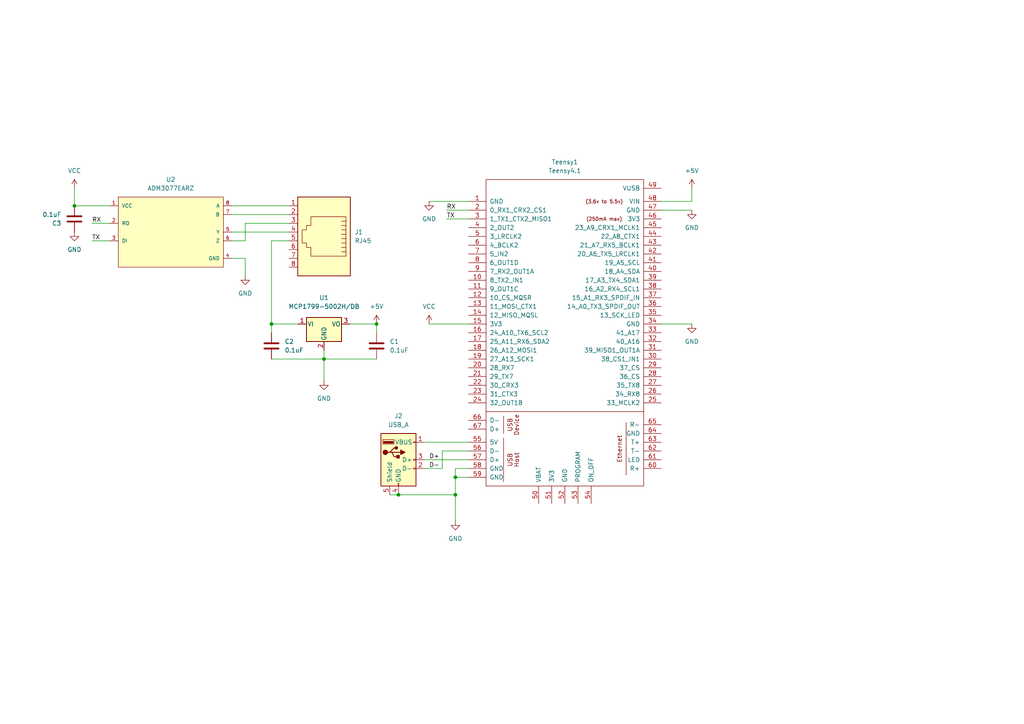
<source format=kicad_sch>
(kicad_sch (version 20211123) (generator eeschema)
  (paper "A4")
  (lib_symbols
    (symbol "Bpod_USBhost:ADM3077EARZ" (pin_names (offset 1.016))
      (property "Reference" "U" (at 0 5.08 0))
      (property "Value" "ADM3077EARZ" (at 12.7 -7.62 0))
      (symbol "ADM3077EARZ_1_1"
        (rectangle (start 5.08 2.54) (end 35.56 -17.78) (fill (type background)))
        (pin power_in line (at 2.54 0 0) (length 2.54) (name "VCC") (number "1"))
        (pin output line (at 2.54 -5.08 0) (length 2.54) (name "RO") (number "2"))
        (pin input line (at 2.54 -10.16 0) (length 2.54) (name "DI") (number "3"))
        (pin power_in line (at 38.1 -15.24 180) (length 2.54) (name "GND") (number "4"))
        (pin output line (at 38.1 -7.62 180) (length 2.54) (name "Y") (number "5"))
        (pin output line (at 38.1 -10.16 180) (length 2.54) (name "Z") (number "6"))
        (pin input line (at 38.1 -2.54 180) (length 2.54) (name "B") (number "7"))
        (pin input line (at 38.1 0 180) (length 2.54) (name "A") (number "8"))
      )
    )
    (symbol "Bpod_USBhost:Teensy4.1" (pin_names (offset 1.016))
      (property "Reference" "U" (at 0 64.77 0))
      (property "Value" "Teensy4.1" (at 0 62.23 0))
      (symbol "Teensy4.1_0_0"
        (polyline (pts (xy -22.86 -6.35) (xy 22.86 -6.35)))
        (polyline (pts (xy -17.78 -26.67) (xy -17.78 -13.97)))
        (polyline (pts (xy -17.78 -7.62) (xy -17.78 -12.7)))
        (polyline (pts (xy 17.78 -9.525) (xy 17.78 -24.765)))
        (text "(250mA max)" (at 11.43 49.53 0) (effects (font (size 1.016 1.016))))
        (text "(3.6v to 5.5v)" (at 11.43 54.61 0) (effects (font (size 1.016 1.016))))
        (text "Device" (at -13.97 -10.16 900) (effects (font (size 1.27 1.27))))
        (text "Ethernet" (at 15.875 -17.145 900) (effects (font (size 1.27 1.27))))
        (text "Host" (at -13.97 -20.32 900) (effects (font (size 1.27 1.27))))
        (text "USB" (at -15.875 -20.32 900) (effects (font (size 1.27 1.27))))
        (text "USB" (at -15.875 -10.16 900) (effects (font (size 1.27 1.27))))
        (pin bidirectional line (at -27.94 31.75 0) (length 5.08) (name "8_TX2_IN1") (number "10"))
        (pin bidirectional line (at -27.94 29.21 0) (length 5.08) (name "9_OUT1C") (number "11"))
        (pin bidirectional line (at -27.94 26.67 0) (length 5.08) (name "10_CS_MQSR") (number "12"))
        (pin bidirectional line (at -27.94 24.13 0) (length 5.08) (name "11_MOSI_CTX1") (number "13"))
        (pin bidirectional line (at -27.94 21.59 0) (length 5.08) (name "12_MISO_MQSL") (number "14"))
        (pin power_in line (at -27.94 19.05 0) (length 5.08) (name "3V3") (number "15"))
        (pin bidirectional line (at -27.94 16.51 0) (length 5.08) (name "24_A10_TX6_SCL2") (number "16"))
        (pin bidirectional line (at -27.94 13.97 0) (length 5.08) (name "25_A11_RX6_SDA2") (number "17"))
        (pin bidirectional line (at -27.94 11.43 0) (length 5.08) (name "26_A12_MOSI1") (number "18"))
        (pin bidirectional line (at -27.94 8.89 0) (length 5.08) (name "27_A13_SCK1") (number "19"))
        (pin bidirectional line (at -27.94 6.35 0) (length 5.08) (name "28_RX7") (number "20"))
        (pin bidirectional line (at -27.94 3.81 0) (length 5.08) (name "29_TX7") (number "21"))
        (pin bidirectional line (at -27.94 1.27 0) (length 5.08) (name "30_CRX3") (number "22"))
        (pin bidirectional line (at -27.94 -1.27 0) (length 5.08) (name "31_CTX3") (number "23"))
        (pin bidirectional line (at -27.94 -3.81 0) (length 5.08) (name "32_OUT1B") (number "24"))
        (pin bidirectional line (at 27.94 -3.81 180) (length 5.08) (name "33_MCLK2") (number "25"))
        (pin bidirectional line (at 27.94 -1.27 180) (length 5.08) (name "34_RX8") (number "26"))
        (pin bidirectional line (at 27.94 1.27 180) (length 5.08) (name "35_TX8") (number "27"))
        (pin bidirectional line (at 27.94 3.81 180) (length 5.08) (name "36_CS") (number "28"))
        (pin bidirectional line (at 27.94 6.35 180) (length 5.08) (name "37_CS") (number "29"))
        (pin bidirectional line (at 27.94 8.89 180) (length 5.08) (name "38_CS1_IN1") (number "30"))
        (pin bidirectional line (at 27.94 11.43 180) (length 5.08) (name "39_MISO1_OUT1A") (number "31"))
        (pin bidirectional line (at 27.94 13.97 180) (length 5.08) (name "40_A16") (number "32"))
        (pin bidirectional line (at 27.94 16.51 180) (length 5.08) (name "41_A17") (number "33"))
        (pin bidirectional line (at 27.94 21.59 180) (length 5.08) (name "13_SCK_LED") (number "35"))
        (pin bidirectional line (at 27.94 24.13 180) (length 5.08) (name "14_A0_TX3_SPDIF_OUT") (number "36"))
        (pin bidirectional line (at 27.94 26.67 180) (length 5.08) (name "15_A1_RX3_SPDIF_IN") (number "37"))
        (pin bidirectional line (at 27.94 29.21 180) (length 5.08) (name "16_A2_RX4_SCL1") (number "38"))
        (pin bidirectional line (at 27.94 31.75 180) (length 5.08) (name "17_A3_TX4_SDA1") (number "39"))
        (pin bidirectional line (at 27.94 34.29 180) (length 5.08) (name "18_A4_SDA") (number "40"))
        (pin bidirectional line (at 27.94 36.83 180) (length 5.08) (name "19_A5_SCL") (number "41"))
        (pin bidirectional line (at 27.94 39.37 180) (length 5.08) (name "20_A6_TX5_LRCLK1") (number "42"))
        (pin bidirectional line (at 27.94 41.91 180) (length 5.08) (name "21_A7_RX5_BCLK1") (number "43"))
        (pin bidirectional line (at 27.94 44.45 180) (length 5.08) (name "22_A8_CTX1") (number "44"))
        (pin bidirectional line (at 27.94 46.99 180) (length 5.08) (name "23_A9_CRX1_MCLK1") (number "45"))
        (pin output line (at 27.94 49.53 180) (length 5.08) (name "3V3") (number "46"))
        (pin output line (at 27.94 52.07 180) (length 5.08) (name "GND") (number "47"))
        (pin power_in line (at 27.94 54.61 180) (length 5.08) (name "VIN") (number "48"))
        (pin power_out line (at 27.94 58.42 180) (length 5.08) (name "VUSB") (number "49"))
        (pin bidirectional line (at -27.94 44.45 0) (length 5.08) (name "3_LRCLK2") (number "5"))
        (pin power_in line (at -7.62 -33.02 90) (length 5.08) (name "VBAT") (number "50"))
        (pin power_in line (at -3.81 -33.02 90) (length 5.08) (name "3V3") (number "51"))
        (pin input line (at 0 -33.02 90) (length 5.08) (name "GND") (number "52"))
        (pin input line (at 3.81 -33.02 90) (length 5.08) (name "PROGRAM") (number "53"))
        (pin input line (at 7.62 -33.02 90) (length 5.08) (name "ON_OFF") (number "54"))
        (pin power_out line (at -27.94 -15.24 0) (length 5.08) (name "5V") (number "55"))
        (pin bidirectional line (at -27.94 -17.78 0) (length 5.08) (name "D-") (number "56"))
        (pin bidirectional line (at -27.94 -20.32 0) (length 5.08) (name "D+") (number "57"))
        (pin power_in line (at -27.94 -22.86 0) (length 5.08) (name "GND") (number "58"))
        (pin power_in line (at -27.94 -25.4 0) (length 5.08) (name "GND") (number "59"))
        (pin bidirectional line (at -27.94 41.91 0) (length 5.08) (name "4_BCLK2") (number "6"))
        (pin bidirectional line (at 27.94 -22.86 180) (length 5.08) (name "R+") (number "60"))
        (pin bidirectional line (at 27.94 -20.32 180) (length 5.08) (name "LED") (number "61"))
        (pin bidirectional line (at 27.94 -17.78 180) (length 5.08) (name "T-") (number "62"))
        (pin bidirectional line (at 27.94 -15.24 180) (length 5.08) (name "T+") (number "63"))
        (pin power_in line (at 27.94 -12.7 180) (length 5.08) (name "GND") (number "64"))
        (pin bidirectional line (at 27.94 -10.16 180) (length 5.08) (name "R-") (number "65"))
        (pin bidirectional line (at -27.94 -8.89 0) (length 5.08) (name "D-") (number "66"))
        (pin bidirectional line (at -27.94 -11.43 0) (length 5.08) (name "D+") (number "67"))
        (pin bidirectional line (at -27.94 39.37 0) (length 5.08) (name "5_IN2") (number "7"))
        (pin bidirectional line (at -27.94 36.83 0) (length 5.08) (name "6_OUT1D") (number "8"))
        (pin bidirectional line (at -27.94 34.29 0) (length 5.08) (name "7_RX2_OUT1A") (number "9"))
      )
      (symbol "Teensy4.1_0_1"
        (rectangle (start -22.86 60.96) (end 22.86 -27.94))
        (rectangle (start -20.32 -1.27) (end -20.32 -1.27))
      )
      (symbol "Teensy4.1_1_1"
        (pin power_in line (at -27.94 54.61 0) (length 5.08) (name "GND") (number "1"))
        (pin bidirectional line (at -27.94 52.07 0) (length 5.08) (name "0_RX1_CRX2_CS1") (number "2"))
        (pin bidirectional line (at -27.94 49.53 0) (length 5.08) (name "1_TX1_CTX2_MISO1") (number "3"))
        (pin power_in line (at 27.94 19.05 180) (length 5.08) (name "GND") (number "34"))
        (pin bidirectional line (at -27.94 46.99 0) (length 5.08) (name "2_OUT2") (number "4"))
      )
    )
    (symbol "Connector:RJ45" (pin_names (offset 1.016))
      (property "Reference" "J" (at -5.08 13.97 0))
      (property "Value" "RJ45" (at 2.54 13.97 0))
      (symbol "RJ45_0_1"
        (polyline (pts (xy -5.08 4.445) (xy -6.35 4.445)))
        (polyline (pts (xy -5.08 5.715) (xy -6.35 5.715)))
        (polyline (pts (xy -6.35 -3.175) (xy -5.08 -3.175) (xy -5.08 -3.175)))
        (polyline (pts (xy -6.35 -1.905) (xy -5.08 -1.905) (xy -5.08 -1.905)))
        (polyline (pts (xy -6.35 -0.635) (xy -5.08 -0.635) (xy -5.08 -0.635)))
        (polyline (pts (xy -6.35 0.635) (xy -5.08 0.635) (xy -5.08 0.635)))
        (polyline (pts (xy -6.35 1.905) (xy -5.08 1.905) (xy -5.08 1.905)))
        (polyline (pts (xy -5.08 3.175) (xy -6.35 3.175) (xy -6.35 3.175)))
        (polyline (pts (xy -6.35 -4.445) (xy -6.35 6.985) (xy 3.81 6.985) (xy 3.81 4.445) (xy 5.08 4.445) (xy 5.08 3.175) (xy 6.35 3.175) (xy 6.35 -0.635) (xy 5.08 -0.635) (xy 5.08 -1.905) (xy 3.81 -1.905) (xy 3.81 -4.445) (xy -6.35 -4.445) (xy -6.35 -4.445)))
        (rectangle (start 7.62 12.7) (end -7.62 -10.16) (stroke (width 0.254)) (fill (type background)))
      )
      (symbol "RJ45_1_1"
        (pin passive line (at 10.16 -7.62 180) (length 2.54) (name "~") (number "1"))
        (pin passive line (at 10.16 -5.08 180) (length 2.54) (name "~") (number "2"))
        (pin passive line (at 10.16 -2.54 180) (length 2.54) (name "~") (number "3"))
        (pin passive line (at 10.16 0 180) (length 2.54) (name "~") (number "4"))
        (pin passive line (at 10.16 2.54 180) (length 2.54) (name "~") (number "5"))
        (pin passive line (at 10.16 5.08 180) (length 2.54) (name "~") (number "6"))
        (pin passive line (at 10.16 7.62 180) (length 2.54) (name "~") (number "7"))
        (pin passive line (at 10.16 10.16 180) (length 2.54) (name "~") (number "8"))
      )
    )
    (symbol "Connector:USB_A" (pin_names (offset 1.016))
      (property "Reference" "J" (at -5.08 11.43 0))
      (property "Value" "USB_A" (at -5.08 8.89 0))
      (symbol "USB_A_0_1"
        (rectangle (start -5.08 -7.62) (end 5.08 7.62) (stroke (width 0.254)) (fill (type background)))
        (circle (center -3.81 2.159) (radius 0.635) (stroke (width 0.254)) (fill (type outline)))
        (rectangle (start -1.524 4.826) (end -4.318 5.334) (fill (type outline)))
        (rectangle (start -1.27 4.572) (end -4.572 5.842))
        (circle (center -0.635 3.429) (radius 0.381) (stroke (width 0.254)) (fill (type outline)))
        (rectangle (start -0.127 -7.62) (end 0.127 -6.858))
        (polyline (pts (xy -3.175 2.159) (xy -2.54 2.159) (xy -1.27 3.429) (xy -0.635 3.429)) (stroke (width 0.254)))
        (polyline (pts (xy -2.54 2.159) (xy -1.905 2.159) (xy -1.27 0.889) (xy 0 0.889)) (stroke (width 0.254)))
        (polyline (pts (xy 0.635 2.794) (xy 0.635 1.524) (xy 1.905 2.159) (xy 0.635 2.794)) (stroke (width 0.254)) (fill (type outline)))
        (rectangle (start 0.254 1.27) (end -0.508 0.508) (stroke (width 0.254)) (fill (type outline)))
        (rectangle (start 5.08 -2.667) (end 4.318 -2.413))
        (rectangle (start 5.08 -0.127) (end 4.318 0.127))
        (rectangle (start 5.08 4.953) (end 4.318 5.207))
      )
      (symbol "USB_A_1_1"
        (polyline (pts (xy -1.905 2.159) (xy 0.635 2.159)) (stroke (width 0.254)))
        (pin power_in line (at 7.62 5.08 180) (length 2.54) (name "VBUS") (number "1"))
        (pin bidirectional line (at 7.62 -2.54 180) (length 2.54) (name "D-") (number "2"))
        (pin bidirectional line (at 7.62 0 180) (length 2.54) (name "D+") (number "3"))
        (pin power_in line (at 0 -10.16 90) (length 2.54) (name "GND") (number "4"))
        (pin passive line (at -2.54 -10.16 90) (length 2.54) (name "Shield") (number "5"))
      )
    )
    (symbol "Device:C" (pin_numbers hide) (pin_names (offset 0.254))
      (property "Reference" "C" (at 0.635 2.54 0))
      (property "Value" "C" (at 0.635 -2.54 0))
      (symbol "C_0_1"
        (polyline (pts (xy -2.032 -0.762) (xy 2.032 -0.762)) (stroke (width 0.508)))
        (polyline (pts (xy -2.032 0.762) (xy 2.032 0.762)) (stroke (width 0.508)))
      )
      (symbol "C_1_1"
        (pin passive line (at 0 3.81 270) (length 2.794) (name "~") (number "1"))
        (pin passive line (at 0 -3.81 90) (length 2.794) (name "~") (number "2"))
      )
    )
    (symbol "Regulator_Linear:MCP1703A-1202_SOT223" (pin_names (offset 0.254))
      (property "Reference" "U" (at -3.81 3.175 0))
      (property "Value" "MCP1703A-1202_SOT223" (at 0 3.175 0))
      (symbol "MCP1703A-1202_SOT223_0_1"
        (rectangle (start -5.08 -5.08) (end 5.08 1.905) (stroke (width 0.254)) (fill (type background)))
      )
      (symbol "MCP1703A-1202_SOT223_1_1"
        (pin power_in line (at -7.62 0 0) (length 2.54) (name "VI") (number "1"))
        (pin power_in line (at 0 -7.62 90) (length 2.54) (name "GND") (number "2"))
        (pin power_out line (at 7.62 0 180) (length 2.54) (name "VO") (number "3"))
      )
    )
    (symbol "power:+5V" (power) (pin_names (offset 0))
      (property "Value" "+5V" (at 0 3.556 0))
      (symbol "+5V_0_1"
        (polyline (pts (xy -0.762 1.27) (xy 0 2.54)))
        (polyline (pts (xy 0 0) (xy 0 2.54)))
        (polyline (pts (xy 0 2.54) (xy 0.762 1.27)))
      )
      (symbol "+5V_1_1"
        (pin power_in line (at 0 0 90) (length 0) hide (name "+5V") (number "1"))
      )
    )
    (symbol "power:GND" (power) (pin_names (offset 0))
      (property "Value" "GND" (at 0 -3.81 0))
      (symbol "GND_0_1"
        (polyline (pts (xy 0 0) (xy 0 -1.27) (xy 1.27 -1.27) (xy 0 -2.54) (xy -1.27 -1.27) (xy 0 -1.27)))
      )
      (symbol "GND_1_1"
        (pin power_in line (at 0 0 270) (length 0) hide (name "GND") (number "1"))
      )
    )
    (symbol "power:VCC" (power) (pin_names (offset 0))
      (property "Value" "VCC" (at 0 3.81 0))
      (symbol "VCC_0_1"
        (polyline (pts (xy -0.762 1.27) (xy 0 2.54)))
        (polyline (pts (xy 0 0) (xy 0 2.54)))
        (polyline (pts (xy 0 2.54) (xy 0.762 1.27)))
      )
      (symbol "VCC_1_1"
        (pin power_in line (at 0 0 90) (length 0) hide (name "VCC") (number "1"))
      )
    )
  )
  (junction (at 78.74 93.98))
  (junction (at 93.98 104.14))
  (junction (at 109.22 93.98))
  (junction (at 132.08 143.51))
  (junction (at 115.57 143.51))
  (junction (at 132.08 138.43))
  (junction (at 21.59 59.69))
  (wire (pts (xy 67.31 59.69) (xy 83.82 59.69)))
  (wire (pts (xy 78.74 93.98) (xy 86.36 93.98)))
  (wire (pts (xy 71.12 69.85) (xy 71.12 64.77)))
  (wire (pts (xy 123.19 135.89) (xy 128.27 135.89)))
  (wire (pts (xy 67.31 62.23) (xy 83.82 62.23)))
  (wire (pts (xy 191.77 60.96) (xy 200.66 60.96)))
  (wire (pts (xy 78.74 69.85) (xy 83.82 69.85)))
  (wire (pts (xy 21.59 59.69) (xy 31.75 59.69)))
  (wire (pts (xy 93.98 104.14) (xy 109.22 104.14)))
  (wire (pts (xy 132.08 135.89) (xy 132.08 138.43)))
  (wire (pts (xy 78.74 69.85) (xy 78.74 93.98)))
  (wire (pts (xy 200.66 58.42) (xy 200.66 54.61)))
  (wire (pts (xy 93.98 101.6) (xy 93.98 104.14)))
  (wire (pts (xy 132.08 138.43) (xy 132.08 143.51)))
  (wire (pts (xy 132.08 143.51) (xy 132.08 151.13)))
  (wire (pts (xy 78.74 93.98) (xy 78.74 96.52)))
  (wire (pts (xy 26.67 64.77) (xy 31.75 64.77)))
  (wire (pts (xy 128.27 130.81) (xy 128.27 135.89)))
  (wire (pts (xy 123.19 128.27) (xy 135.89 128.27)))
  (wire (pts (xy 71.12 74.93) (xy 71.12 80.01)))
  (wire (pts (xy 132.08 138.43) (xy 135.89 138.43)))
  (wire (pts (xy 191.77 93.98) (xy 200.66 93.98)))
  (wire (pts (xy 124.46 58.42) (xy 135.89 58.42)))
  (wire (pts (xy 67.31 74.93) (xy 71.12 74.93)))
  (wire (pts (xy 101.6 93.98) (xy 109.22 93.98)))
  (wire (pts (xy 67.31 69.85) (xy 71.12 69.85)))
  (wire (pts (xy 124.46 93.98) (xy 135.89 93.98)))
  (wire (pts (xy 129.54 63.5) (xy 135.89 63.5)))
  (wire (pts (xy 78.74 104.14) (xy 93.98 104.14)))
  (wire (pts (xy 129.54 60.96) (xy 135.89 60.96)))
  (wire (pts (xy 123.19 133.35) (xy 135.89 133.35)))
  (wire (pts (xy 93.98 104.14) (xy 93.98 110.49)))
  (wire (pts (xy 115.57 143.51) (xy 132.08 143.51)))
  (wire (pts (xy 26.67 69.85) (xy 31.75 69.85)))
  (wire (pts (xy 113.03 143.51) (xy 115.57 143.51)))
  (wire (pts (xy 135.89 130.81) (xy 128.27 130.81)))
  (wire (pts (xy 109.22 93.98) (xy 109.22 96.52)))
  (wire (pts (xy 135.89 135.89) (xy 132.08 135.89)))
  (wire (pts (xy 67.31 67.31) (xy 83.82 67.31)))
  (wire (pts (xy 71.12 64.77) (xy 83.82 64.77)))
  (wire (pts (xy 21.59 54.61) (xy 21.59 59.69)))
  (wire (pts (xy 191.77 58.42) (xy 200.66 58.42)))
  (label "TX" (at 129.54 63.5 0))
  (label "D+" (at 124.46 133.35 0))
  (label "D-" (at 124.46 135.89 0))
  (label "RX" (at 26.67 64.77 0))
  (label "TX" (at 26.67 69.85 0))
  (label "RX" (at 129.54 60.96 0))
  (symbol (lib_id "power:+5V") (at 109.22 93.98 0) (unit 1)
    (property "Reference" "#PWR0109" (effects hide))
    (property "Value" "+5V" (at 109.22 88.9 0))
  )
  (symbol (lib_id "power:GND") (at 124.46 58.42 0) (unit 1)
    (property "Reference" "#PWR0103" (effects hide))
    (property "Value" "GND" (at 124.46 63.5 0))
  )
  (symbol (lib_id "power:GND") (at 200.66 60.96 0) (unit 1)
    (property "Reference" "#PWR0105" (effects hide))
    (property "Value" "GND" (at 200.66 66.04 0))
  )
  (symbol (lib_id "Connector:USB_A") (at 115.57 133.35 0) (unit 1)
    (property "Reference" "J2" (at 115.57 120.65 0))
    (property "Value" "USB_A" (at 115.57 123.19 0))
    (property "Footprint" "Bpod_USBhost:USB_A_Molex_67643_Horizontal" (effects hide))
    (property "Datasheet" " ~" (effects hide))
  )
  (symbol (lib_id "power:VCC") (at 124.46 93.98 0) (unit 1)
    (property "Reference" "#PWR0104" (effects hide))
    (property "Value" "VCC" (at 124.46 88.9 0))
  )
  (symbol (lib_id "Device:C") (at 109.22 100.33 0) (unit 1)
    (property "Reference" "C1" (at 113.03 99.0599 0) (effects (justify left)))
    (property "Value" "0.1uF" (at 113.03 101.5999 0) (effects (justify left)))
    (property "Footprint" "Capacitor_SMD:C_1206_3216Metric" (effects hide))
  )
  (symbol (lib_id "Connector:RJ45") (at 93.98 67.31 180) (unit 1)
    (property "Reference" "J1" (at 102.87 67.3099 0) (effects (justify right)))
    (property "Value" "RJ45" (at 102.87 69.8499 0) (effects (justify right)))
    (property "Footprint" "Bpod_USBhost:RJ45_Amphenol_54602-x08_Horizontal" (effects hide))
  )
  (symbol (lib_id "Bpod_USBhost:Teensy4.1") (at 163.83 113.03 0) (unit 1)
    (property "Reference" "Teensy1" (at 163.83 46.99 0))
    (property "Value" "Teensy4.1" (at 163.83 49.53 0))
    (property "Footprint" "Bpod_USBhost:Teensy41" (effects hide))
  )
  (symbol (lib_id "Device:C") (at 78.74 100.33 0) (unit 1)
    (property "Reference" "C2" (at 82.55 99.0599 0) (effects (justify left)))
    (property "Value" "0.1uF" (at 82.55 101.5999 0) (effects (justify left)))
    (property "Footprint" "Capacitor_SMD:C_1206_3216Metric" (effects hide))
  )
  (symbol (lib_id "power:GND") (at 200.66 93.98 0) (unit 1)
    (property "Reference" "#PWR0106" (effects hide))
    (property "Value" "GND" (at 200.66 99.06 0))
  )
  (symbol (lib_id "Bpod_USBhost:ADM3077EARZ") (at 29.21 59.69 0) (unit 1)
    (property "Reference" "U2" (at 49.53 52.07 0))
    (property "Value" "ADM3077EARZ" (at 49.53 54.61 0))
    (property "Footprint" "Bpod_USBhost:SOIC-8_3.9x4.9mm_P1.27mm" (effects hide))
    (property "Datasheet" "https://www.analog.com/media/en/technical-documentation/data-sheets/ADM3070E_3071E_3072E_3073E_3074E_3075E_3076E_3077E_3078E.pdf" (effects hide))
    (property "automotive" "No" (effects hide))
    (property "category" "IC" (effects hide))
    (property "data rate" "16Mbits/s" (effects hide))
    (property "device class L1" "Integrated Circuits (ICs)" (effects hide))
    (property "device class L2" "Interface ICs" (effects hide))
    (property "device class L3" "RS-232 / RS-422 / RS-485 Interface ICs" (effects hide))
    (property "digikey description" "IC TRANSCEIVER FULL 1/1 8SOIC" (effects hide))
    (property "digikey part number" "ADM3077EARZ-ND" (effects hide))
    (property "footprint url" "https://www.analog.com/media/en/package-pcb-resources/package/pkg_pdf/soic_narrow-r/r_8.pdf" (effects hide))
    (property "height" "1.75mm" (effects hide))
    (property "interface" "RS-485,RS-422" (effects hide))
    (property "lead free" "Yes" (effects hide))
    (property "library id" "8eb5c3f369ca1a75" (effects hide))
    (property "manufacturer" "Analog Devices" (effects hide))
    (property "max supply voltage" "3.63V" (effects hide))
    (property "min supply voltage" "2.97V" (effects hide))
    (property "mouser description" "Single Transmitter/Receiver RS-422/RS-485 8-Pin SOIC N Tube" (effects hide))
    (property "mouser part number" "584-ADM3077EARZ" (effects hide))
    (property "nominal supply current" "0.8mA" (effects hide))
    (property "number of receivers" "1" (effects hide))
    (property "number of transmitters" "1" (effects hide))
    (property "package" "SOIC8" (effects hide))
    (property "rohs" "Yes" (effects hide))
    (property "simplex duplex" "Full-Duplex" (effects hide))
    (property "standoff height" "0.1mm" (effects hide))
    (property "temperature range high" "+85°C" (effects hide))
    (property "temperature range low" "-40°C" (effects hide))
  )
  (symbol (lib_id "power:VCC") (at 21.59 54.61 0) (unit 1)
    (property "Reference" "#PWR0102" (effects hide))
    (property "Value" "VCC" (at 21.59 49.53 0))
  )
  (symbol (lib_id "Regulator_Linear:MCP1703A-1202_SOT223") (at 93.98 93.98 0) (unit 1)
    (property "Reference" "U1" (at 93.98 86.36 0))
    (property "Value" "MCP1799-5002H/DB" (at 93.98 88.9 0))
    (property "Footprint" "Package_TO_SOT_SMD:SOT-223-3_TabPin2" (effects hide))
    (property "Datasheet" "http://ww1.microchip.com/downloads/en/DeviceDoc/MCP1799-Data-Sheet-20006248A.pdf" (effects hide))
  )
  (symbol (lib_id "Device:C") (at 21.59 63.5 180) (unit 1)
    (property "Reference" "C3" (at 17.78 64.7701 0) (effects (justify left)))
    (property "Value" "0.1uF" (at 17.78 62.2301 0) (effects (justify left)))
    (property "Footprint" "Capacitor_SMD:C_1206_3216Metric" (effects hide))
  )
  (symbol (lib_id "power:GND") (at 132.08 151.13 0) (unit 1)
    (property "Reference" "#PWR0107" (effects hide))
    (property "Value" "GND" (at 132.08 156.21 0))
  )
  (symbol (lib_id "power:GND") (at 21.59 67.31 0) (unit 1)
    (property "Reference" "#PWR0111" (effects hide))
    (property "Value" "GND" (at 21.59 72.39 0))
  )
  (symbol (lib_id "power:+5V") (at 200.66 54.61 0) (unit 1)
    (property "Reference" "#PWR0110" (effects hide))
    (property "Value" "+5V" (at 200.66 49.53 0))
  )
  (symbol (lib_id "power:GND") (at 71.12 80.01 0) (unit 1)
    (property "Reference" "#PWR0101" (effects hide))
    (property "Value" "GND" (at 71.12 85.09 0))
  )
  (symbol (lib_id "power:GND") (at 93.98 110.49 0) (unit 1)
    (property "Reference" "#PWR0108" (effects hide))
    (property "Value" "GND" (at 93.98 115.57 0))
  )
)
</source>
